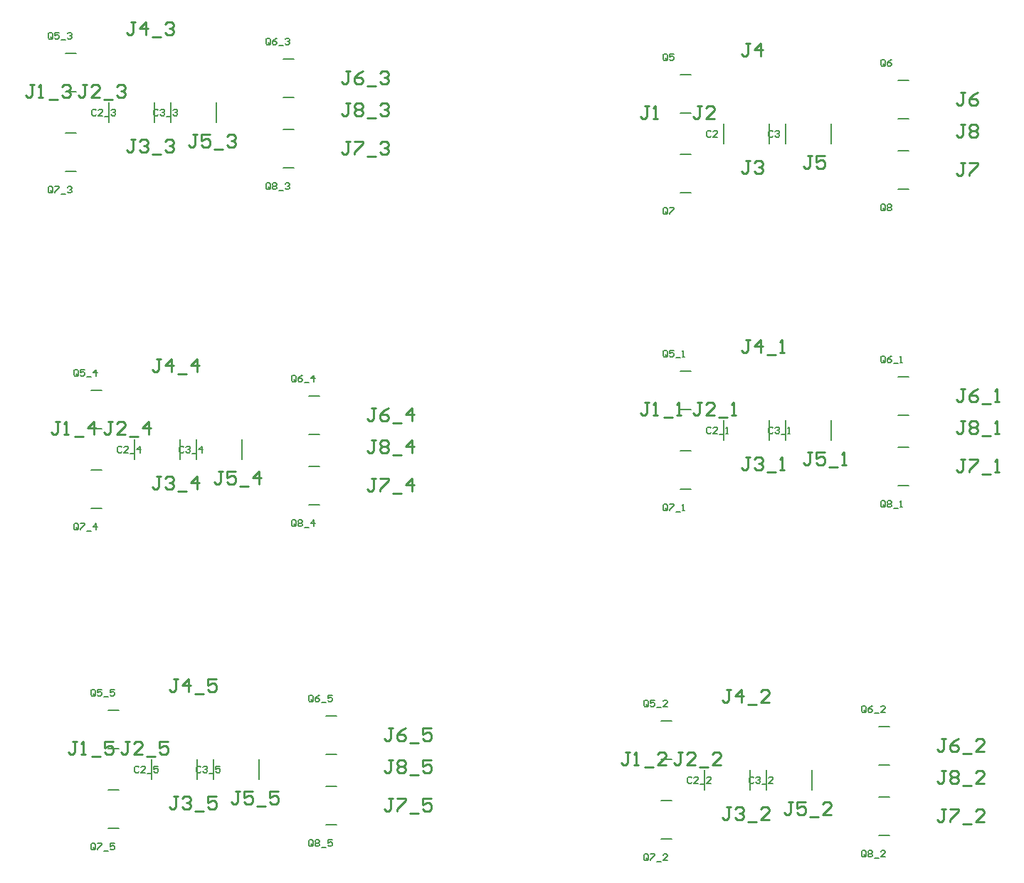
<source format=gto>
G04 Layer_Color=65535*
%FSLAX25Y25*%
%MOIN*%
G70*
G01*
G75*
%ADD16C,0.00787*%
%ADD17C,0.00800*%
%ADD18C,0.00600*%
%ADD19C,0.01000*%
D16*
X-170364Y433483D02*
Y442783D01*
X-191636Y433483D02*
Y442783D01*
X-141364Y433483D02*
Y442783D01*
X-162636Y433483D02*
Y442783D01*
X-141364Y294483D02*
Y303783D01*
X-162636Y294483D02*
Y303783D01*
X-170364Y294483D02*
Y303783D01*
X-191636Y294483D02*
Y303783D01*
X-150364Y130483D02*
Y139783D01*
X-171636Y130483D02*
Y139783D01*
X-179364Y130483D02*
Y139783D01*
X-200636Y130483D02*
Y139783D01*
X-429364Y443483D02*
Y452783D01*
X-450636Y443483D02*
Y452783D01*
X-458364Y443483D02*
Y452783D01*
X-479636Y443483D02*
Y452783D01*
X-417364Y285483D02*
Y294783D01*
X-438636Y285483D02*
Y294783D01*
X-446364Y285483D02*
Y294783D01*
X-467636Y285483D02*
Y294783D01*
X-409364Y135483D02*
Y144783D01*
X-430636Y135483D02*
Y144783D01*
X-438364Y135483D02*
Y144783D01*
X-459636Y135483D02*
Y144783D01*
D17*
X-110100Y463000D02*
X-105000D01*
X-110200Y445000D02*
X-105100D01*
X-212100Y465705D02*
X-207000D01*
X-212200Y447705D02*
X-207100D01*
X-212100Y428461D02*
X-207000D01*
X-212200Y410461D02*
X-207100D01*
X-110100Y430000D02*
X-105000D01*
X-110200Y412000D02*
X-105100D01*
X-110100Y291000D02*
X-105000D01*
X-110200Y273000D02*
X-105100D01*
X-212100Y289461D02*
X-207000D01*
X-212200Y271461D02*
X-207100D01*
X-110100Y324000D02*
X-105000D01*
X-110200Y306000D02*
X-105100D01*
X-212100Y326705D02*
X-207000D01*
X-212200Y308705D02*
X-207100D01*
X-119100Y127000D02*
X-114000D01*
X-119200Y109000D02*
X-114100D01*
X-221100Y125461D02*
X-216000D01*
X-221200Y107461D02*
X-216100D01*
X-119100Y160000D02*
X-114000D01*
X-119200Y142000D02*
X-114100D01*
X-221100Y162705D02*
X-216000D01*
X-221200Y144705D02*
X-216100D01*
X-398100Y440000D02*
X-393000D01*
X-398200Y422000D02*
X-393100D01*
X-500100Y438461D02*
X-495000D01*
X-500200Y420461D02*
X-495100D01*
X-398100Y473000D02*
X-393000D01*
X-398200Y455000D02*
X-393100D01*
X-500100Y475705D02*
X-495000D01*
X-500200Y457705D02*
X-495100D01*
X-386100Y282000D02*
X-381000D01*
X-386200Y264000D02*
X-381100D01*
X-488100Y280461D02*
X-483000D01*
X-488200Y262461D02*
X-483100D01*
X-386100Y315000D02*
X-381000D01*
X-386200Y297000D02*
X-381100D01*
X-488100Y317705D02*
X-483000D01*
X-488200Y299705D02*
X-483100D01*
X-378100Y132000D02*
X-373000D01*
X-378200Y114000D02*
X-373100D01*
X-480100Y130461D02*
X-475000D01*
X-480200Y112461D02*
X-475100D01*
X-378100Y165000D02*
X-373000D01*
X-378200Y147000D02*
X-373100D01*
X-480100Y167705D02*
X-475000D01*
X-480200Y149705D02*
X-475100D01*
D18*
X-197674Y439082D02*
X-198174Y439582D01*
X-199173D01*
X-199673Y439082D01*
Y437082D01*
X-199173Y436583D01*
X-198174D01*
X-197674Y437082D01*
X-194675Y436583D02*
X-196674D01*
X-194675Y438582D01*
Y439082D01*
X-195175Y439582D01*
X-196175D01*
X-196674Y439082D01*
X-168674Y439050D02*
X-169174Y439550D01*
X-170174D01*
X-170673Y439050D01*
Y437051D01*
X-170174Y436551D01*
X-169174D01*
X-168674Y437051D01*
X-167674Y439050D02*
X-167174Y439550D01*
X-166175D01*
X-165675Y439050D01*
Y438551D01*
X-166175Y438051D01*
X-166675D01*
X-166175D01*
X-165675Y437551D01*
Y437051D01*
X-166175Y436551D01*
X-167174D01*
X-167674Y437051D01*
X-218274Y473004D02*
Y475004D01*
X-218774Y475504D01*
X-219774D01*
X-220273Y475004D01*
Y473004D01*
X-219774Y472505D01*
X-218774D01*
X-219274Y473504D02*
X-218274Y472505D01*
X-218774D02*
X-218274Y473004D01*
X-215275Y475504D02*
X-217274D01*
Y474004D01*
X-216275Y474504D01*
X-215775D01*
X-215275Y474004D01*
Y473004D01*
X-215775Y472505D01*
X-216775D01*
X-217274Y473004D01*
X-116250Y470300D02*
Y472299D01*
X-116750Y472799D01*
X-117750D01*
X-118250Y472299D01*
Y470300D01*
X-117750Y469800D01*
X-116750D01*
X-117250Y470800D02*
X-116250Y469800D01*
X-116750D02*
X-116250Y470300D01*
X-113251Y472799D02*
X-114251Y472299D01*
X-115251Y471299D01*
Y470300D01*
X-114751Y469800D01*
X-113751D01*
X-113251Y470300D01*
Y470800D01*
X-113751Y471299D01*
X-115251D01*
X-218274Y400960D02*
Y402960D01*
X-218774Y403460D01*
X-219774D01*
X-220273Y402960D01*
Y400960D01*
X-219774Y400461D01*
X-218774D01*
X-219274Y401460D02*
X-218274Y400461D01*
X-218774D02*
X-218274Y400960D01*
X-217274Y403460D02*
X-215275D01*
Y402960D01*
X-217274Y400960D01*
Y400461D01*
X-116274Y402500D02*
Y404499D01*
X-116774Y404999D01*
X-117773D01*
X-118273Y404499D01*
Y402500D01*
X-117773Y402000D01*
X-116774D01*
X-117274Y403000D02*
X-116274Y402000D01*
X-116774D02*
X-116274Y402500D01*
X-115274Y404499D02*
X-114775Y404999D01*
X-113775D01*
X-113275Y404499D01*
Y403999D01*
X-113775Y403499D01*
X-113275Y403000D01*
Y402500D01*
X-113775Y402000D01*
X-114775D01*
X-115274Y402500D01*
Y403000D01*
X-114775Y403499D01*
X-115274Y403999D01*
Y404499D01*
X-114775Y403499D02*
X-113775D01*
X-116274Y263500D02*
Y265499D01*
X-116774Y265999D01*
X-117773D01*
X-118273Y265499D01*
Y263500D01*
X-117773Y263000D01*
X-116774D01*
X-117274Y264000D02*
X-116274Y263000D01*
X-116774D02*
X-116274Y263500D01*
X-115274Y265499D02*
X-114775Y265999D01*
X-113775D01*
X-113275Y265499D01*
Y264999D01*
X-113775Y264499D01*
X-113275Y264000D01*
Y263500D01*
X-113775Y263000D01*
X-114775D01*
X-115274Y263500D01*
Y264000D01*
X-114775Y264499D01*
X-115274Y264999D01*
Y265499D01*
X-114775Y264499D02*
X-113775D01*
X-112275Y262500D02*
X-110276D01*
X-109276Y263000D02*
X-108277D01*
X-108776D01*
Y265999D01*
X-109276Y265499D01*
X-218274Y261960D02*
Y263960D01*
X-218774Y264460D01*
X-219774D01*
X-220273Y263960D01*
Y261960D01*
X-219774Y261461D01*
X-218774D01*
X-219274Y262460D02*
X-218274Y261461D01*
X-218774D02*
X-218274Y261960D01*
X-217274Y264460D02*
X-215275D01*
Y263960D01*
X-217274Y261960D01*
Y261461D01*
X-214275Y260961D02*
X-212276D01*
X-211276Y261461D02*
X-210277D01*
X-210776D01*
Y264460D01*
X-211276Y263960D01*
X-116250Y331300D02*
Y333299D01*
X-116750Y333799D01*
X-117750D01*
X-118250Y333299D01*
Y331300D01*
X-117750Y330800D01*
X-116750D01*
X-117250Y331800D02*
X-116250Y330800D01*
X-116750D02*
X-116250Y331300D01*
X-113251Y333799D02*
X-114251Y333299D01*
X-115251Y332299D01*
Y331300D01*
X-114751Y330800D01*
X-113751D01*
X-113251Y331300D01*
Y331800D01*
X-113751Y332299D01*
X-115251D01*
X-112252Y330300D02*
X-110252D01*
X-109253Y330800D02*
X-108253D01*
X-108753D01*
Y333799D01*
X-109253Y333299D01*
X-218274Y334004D02*
Y336004D01*
X-218774Y336504D01*
X-219774D01*
X-220273Y336004D01*
Y334004D01*
X-219774Y333505D01*
X-218774D01*
X-219274Y334504D02*
X-218274Y333505D01*
X-218774D02*
X-218274Y334004D01*
X-215275Y336504D02*
X-217274D01*
Y335004D01*
X-216275Y335504D01*
X-215775D01*
X-215275Y335004D01*
Y334004D01*
X-215775Y333505D01*
X-216775D01*
X-217274Y334004D01*
X-214275Y333005D02*
X-212276D01*
X-211276Y333505D02*
X-210277D01*
X-210776D01*
Y336504D01*
X-211276Y336004D01*
X-168674Y300050D02*
X-169174Y300550D01*
X-170174D01*
X-170673Y300050D01*
Y298051D01*
X-170174Y297551D01*
X-169174D01*
X-168674Y298051D01*
X-167674Y300050D02*
X-167174Y300550D01*
X-166175D01*
X-165675Y300050D01*
Y299551D01*
X-166175Y299051D01*
X-166675D01*
X-166175D01*
X-165675Y298551D01*
Y298051D01*
X-166175Y297551D01*
X-167174D01*
X-167674Y298051D01*
X-164675Y297051D02*
X-162676D01*
X-161676Y297551D02*
X-160677D01*
X-161176D01*
Y300550D01*
X-161676Y300050D01*
X-197674Y300082D02*
X-198174Y300582D01*
X-199173D01*
X-199673Y300082D01*
Y298082D01*
X-199173Y297583D01*
X-198174D01*
X-197674Y298082D01*
X-194675Y297583D02*
X-196674D01*
X-194675Y299582D01*
Y300082D01*
X-195175Y300582D01*
X-196175D01*
X-196674Y300082D01*
X-193675Y297083D02*
X-191676D01*
X-190676Y297583D02*
X-189677D01*
X-190176D01*
Y300582D01*
X-190676Y300082D01*
X-125274Y99500D02*
Y101499D01*
X-125774Y101999D01*
X-126774D01*
X-127273Y101499D01*
Y99500D01*
X-126774Y99000D01*
X-125774D01*
X-126274Y100000D02*
X-125274Y99000D01*
X-125774D02*
X-125274Y99500D01*
X-124274Y101499D02*
X-123775Y101999D01*
X-122775D01*
X-122275Y101499D01*
Y100999D01*
X-122775Y100499D01*
X-122275Y100000D01*
Y99500D01*
X-122775Y99000D01*
X-123775D01*
X-124274Y99500D01*
Y100000D01*
X-123775Y100499D01*
X-124274Y100999D01*
Y101499D01*
X-123775Y100499D02*
X-122775D01*
X-121275Y98500D02*
X-119276D01*
X-116277Y99000D02*
X-118276D01*
X-116277Y100999D01*
Y101499D01*
X-116777Y101999D01*
X-117776D01*
X-118276Y101499D01*
X-227274Y97960D02*
Y99960D01*
X-227774Y100460D01*
X-228773D01*
X-229273Y99960D01*
Y97960D01*
X-228773Y97461D01*
X-227774D01*
X-228274Y98460D02*
X-227274Y97461D01*
X-227774D02*
X-227274Y97960D01*
X-226274Y100460D02*
X-224275D01*
Y99960D01*
X-226274Y97960D01*
Y97461D01*
X-223275Y96961D02*
X-221276D01*
X-218277Y97461D02*
X-220276D01*
X-218277Y99460D01*
Y99960D01*
X-218777Y100460D01*
X-219776D01*
X-220276Y99960D01*
X-125250Y167300D02*
Y169299D01*
X-125750Y169799D01*
X-126750D01*
X-127250Y169299D01*
Y167300D01*
X-126750Y166800D01*
X-125750D01*
X-126250Y167800D02*
X-125250Y166800D01*
X-125750D02*
X-125250Y167300D01*
X-122251Y169799D02*
X-123251Y169299D01*
X-124251Y168299D01*
Y167300D01*
X-123751Y166800D01*
X-122751D01*
X-122251Y167300D01*
Y167800D01*
X-122751Y168299D01*
X-124251D01*
X-121252Y166300D02*
X-119252D01*
X-116253Y166800D02*
X-118253D01*
X-116253Y168799D01*
Y169299D01*
X-116753Y169799D01*
X-117753D01*
X-118253Y169299D01*
X-227274Y170004D02*
Y172004D01*
X-227774Y172504D01*
X-228773D01*
X-229273Y172004D01*
Y170004D01*
X-228773Y169505D01*
X-227774D01*
X-228274Y170504D02*
X-227274Y169505D01*
X-227774D02*
X-227274Y170004D01*
X-224275Y172504D02*
X-226274D01*
Y171004D01*
X-225275Y171504D01*
X-224775D01*
X-224275Y171004D01*
Y170004D01*
X-224775Y169505D01*
X-225775D01*
X-226274Y170004D01*
X-223275Y169005D02*
X-221276D01*
X-218277Y169505D02*
X-220276D01*
X-218277Y171504D01*
Y172004D01*
X-218777Y172504D01*
X-219776D01*
X-220276Y172004D01*
X-177674Y136050D02*
X-178174Y136550D01*
X-179174D01*
X-179673Y136050D01*
Y134051D01*
X-179174Y133551D01*
X-178174D01*
X-177674Y134051D01*
X-176674Y136050D02*
X-176174Y136550D01*
X-175175D01*
X-174675Y136050D01*
Y135550D01*
X-175175Y135051D01*
X-175675D01*
X-175175D01*
X-174675Y134551D01*
Y134051D01*
X-175175Y133551D01*
X-176174D01*
X-176674Y134051D01*
X-173675Y133051D02*
X-171676D01*
X-168677Y133551D02*
X-170676D01*
X-168677Y135550D01*
Y136050D01*
X-169177Y136550D01*
X-170176D01*
X-170676Y136050D01*
X-206674Y136082D02*
X-207174Y136582D01*
X-208173D01*
X-208673Y136082D01*
Y134082D01*
X-208173Y133583D01*
X-207174D01*
X-206674Y134082D01*
X-203675Y133583D02*
X-205674D01*
X-203675Y135582D01*
Y136082D01*
X-204175Y136582D01*
X-205174D01*
X-205674Y136082D01*
X-202675Y133083D02*
X-200676D01*
X-197677Y133583D02*
X-199676D01*
X-197677Y135582D01*
Y136082D01*
X-198177Y136582D01*
X-199176D01*
X-199676Y136082D01*
X-404274Y412500D02*
Y414499D01*
X-404774Y414999D01*
X-405773D01*
X-406273Y414499D01*
Y412500D01*
X-405773Y412000D01*
X-404774D01*
X-405274Y413000D02*
X-404274Y412000D01*
X-404774D02*
X-404274Y412500D01*
X-403274Y414499D02*
X-402774Y414999D01*
X-401775D01*
X-401275Y414499D01*
Y413999D01*
X-401775Y413499D01*
X-401275Y413000D01*
Y412500D01*
X-401775Y412000D01*
X-402774D01*
X-403274Y412500D01*
Y413000D01*
X-402774Y413499D01*
X-403274Y413999D01*
Y414499D01*
X-402774Y413499D02*
X-401775D01*
X-400275Y411500D02*
X-398276D01*
X-397276Y414499D02*
X-396776Y414999D01*
X-395777D01*
X-395277Y414499D01*
Y413999D01*
X-395777Y413499D01*
X-396277D01*
X-395777D01*
X-395277Y413000D01*
Y412500D01*
X-395777Y412000D01*
X-396776D01*
X-397276Y412500D01*
X-506274Y410960D02*
Y412960D01*
X-506774Y413460D01*
X-507773D01*
X-508273Y412960D01*
Y410960D01*
X-507773Y410461D01*
X-506774D01*
X-507274Y411460D02*
X-506274Y410461D01*
X-506774D02*
X-506274Y410960D01*
X-505274Y413460D02*
X-503275D01*
Y412960D01*
X-505274Y410960D01*
Y410461D01*
X-502275Y409961D02*
X-500276D01*
X-499276Y412960D02*
X-498776Y413460D01*
X-497777D01*
X-497277Y412960D01*
Y412460D01*
X-497777Y411960D01*
X-498277D01*
X-497777D01*
X-497277Y411460D01*
Y410960D01*
X-497777Y410461D01*
X-498776D01*
X-499276Y410960D01*
X-404250Y480300D02*
Y482299D01*
X-404750Y482799D01*
X-405750D01*
X-406250Y482299D01*
Y480300D01*
X-405750Y479800D01*
X-404750D01*
X-405250Y480800D02*
X-404250Y479800D01*
X-404750D02*
X-404250Y480300D01*
X-401251Y482799D02*
X-402251Y482299D01*
X-403251Y481299D01*
Y480300D01*
X-402751Y479800D01*
X-401751D01*
X-401251Y480300D01*
Y480800D01*
X-401751Y481299D01*
X-403251D01*
X-400252Y479300D02*
X-398252D01*
X-397253Y482299D02*
X-396753Y482799D01*
X-395753D01*
X-395253Y482299D01*
Y481799D01*
X-395753Y481299D01*
X-396253D01*
X-395753D01*
X-395253Y480800D01*
Y480300D01*
X-395753Y479800D01*
X-396753D01*
X-397253Y480300D01*
X-506274Y483005D02*
Y485004D01*
X-506774Y485504D01*
X-507773D01*
X-508273Y485004D01*
Y483005D01*
X-507773Y482505D01*
X-506774D01*
X-507274Y483504D02*
X-506274Y482505D01*
X-506774D02*
X-506274Y483005D01*
X-503275Y485504D02*
X-505274D01*
Y484004D01*
X-504275Y484504D01*
X-503775D01*
X-503275Y484004D01*
Y483005D01*
X-503775Y482505D01*
X-504775D01*
X-505274Y483005D01*
X-502275Y482005D02*
X-500276D01*
X-499276Y485004D02*
X-498776Y485504D01*
X-497777D01*
X-497277Y485004D01*
Y484504D01*
X-497777Y484004D01*
X-498277D01*
X-497777D01*
X-497277Y483504D01*
Y483005D01*
X-497777Y482505D01*
X-498776D01*
X-499276Y483005D01*
X-456674Y449050D02*
X-457174Y449550D01*
X-458174D01*
X-458673Y449050D01*
Y447051D01*
X-458174Y446551D01*
X-457174D01*
X-456674Y447051D01*
X-455674Y449050D02*
X-455174Y449550D01*
X-454175D01*
X-453675Y449050D01*
Y448551D01*
X-454175Y448051D01*
X-454675D01*
X-454175D01*
X-453675Y447551D01*
Y447051D01*
X-454175Y446551D01*
X-455174D01*
X-455674Y447051D01*
X-452675Y446051D02*
X-450676D01*
X-449676Y449050D02*
X-449176Y449550D01*
X-448177D01*
X-447677Y449050D01*
Y448551D01*
X-448177Y448051D01*
X-448677D01*
X-448177D01*
X-447677Y447551D01*
Y447051D01*
X-448177Y446551D01*
X-449176D01*
X-449676Y447051D01*
X-485674Y449082D02*
X-486174Y449582D01*
X-487174D01*
X-487673Y449082D01*
Y447082D01*
X-487174Y446583D01*
X-486174D01*
X-485674Y447082D01*
X-482675Y446583D02*
X-484674D01*
X-482675Y448582D01*
Y449082D01*
X-483175Y449582D01*
X-484174D01*
X-484674Y449082D01*
X-481675Y446083D02*
X-479676D01*
X-478676Y449082D02*
X-478176Y449582D01*
X-477177D01*
X-476677Y449082D01*
Y448582D01*
X-477177Y448082D01*
X-477677D01*
X-477177D01*
X-476677Y447582D01*
Y447082D01*
X-477177Y446583D01*
X-478176D01*
X-478676Y447082D01*
X-392274Y254500D02*
Y256499D01*
X-392774Y256999D01*
X-393774D01*
X-394273Y256499D01*
Y254500D01*
X-393774Y254000D01*
X-392774D01*
X-393274Y255000D02*
X-392274Y254000D01*
X-392774D02*
X-392274Y254500D01*
X-391274Y256499D02*
X-390774Y256999D01*
X-389775D01*
X-389275Y256499D01*
Y255999D01*
X-389775Y255499D01*
X-389275Y255000D01*
Y254500D01*
X-389775Y254000D01*
X-390774D01*
X-391274Y254500D01*
Y255000D01*
X-390774Y255499D01*
X-391274Y255999D01*
Y256499D01*
X-390774Y255499D02*
X-389775D01*
X-388275Y253500D02*
X-386276D01*
X-383777Y254000D02*
Y256999D01*
X-385276Y255499D01*
X-383277D01*
X-494274Y252960D02*
Y254960D01*
X-494774Y255460D01*
X-495774D01*
X-496273Y254960D01*
Y252960D01*
X-495774Y252461D01*
X-494774D01*
X-495274Y253460D02*
X-494274Y252461D01*
X-494774D02*
X-494274Y252960D01*
X-493274Y255460D02*
X-491275D01*
Y254960D01*
X-493274Y252960D01*
Y252461D01*
X-490275Y251961D02*
X-488276D01*
X-485777Y252461D02*
Y255460D01*
X-487276Y253960D01*
X-485277D01*
X-392250Y322300D02*
Y324299D01*
X-392750Y324799D01*
X-393750D01*
X-394250Y324299D01*
Y322300D01*
X-393750Y321800D01*
X-392750D01*
X-393250Y322800D02*
X-392250Y321800D01*
X-392750D02*
X-392250Y322300D01*
X-389251Y324799D02*
X-390251Y324299D01*
X-391251Y323299D01*
Y322300D01*
X-390751Y321800D01*
X-389751D01*
X-389251Y322300D01*
Y322800D01*
X-389751Y323299D01*
X-391251D01*
X-388252Y321300D02*
X-386252D01*
X-383753Y321800D02*
Y324799D01*
X-385253Y323299D01*
X-383253D01*
X-494274Y325005D02*
Y327004D01*
X-494774Y327504D01*
X-495774D01*
X-496273Y327004D01*
Y325005D01*
X-495774Y324505D01*
X-494774D01*
X-495274Y325504D02*
X-494274Y324505D01*
X-494774D02*
X-494274Y325005D01*
X-491275Y327504D02*
X-493274D01*
Y326004D01*
X-492275Y326504D01*
X-491775D01*
X-491275Y326004D01*
Y325005D01*
X-491775Y324505D01*
X-492774D01*
X-493274Y325005D01*
X-490275Y324005D02*
X-488276D01*
X-485777Y324505D02*
Y327504D01*
X-487276Y326004D01*
X-485277D01*
X-444674Y291050D02*
X-445174Y291550D01*
X-446173D01*
X-446673Y291050D01*
Y289051D01*
X-446173Y288551D01*
X-445174D01*
X-444674Y289051D01*
X-443674Y291050D02*
X-443175Y291550D01*
X-442175D01*
X-441675Y291050D01*
Y290550D01*
X-442175Y290051D01*
X-442675D01*
X-442175D01*
X-441675Y289551D01*
Y289051D01*
X-442175Y288551D01*
X-443175D01*
X-443674Y289051D01*
X-440675Y288051D02*
X-438676D01*
X-436177Y288551D02*
Y291550D01*
X-437676Y290051D01*
X-435677D01*
X-473674Y291082D02*
X-474174Y291582D01*
X-475174D01*
X-475673Y291082D01*
Y289083D01*
X-475174Y288583D01*
X-474174D01*
X-473674Y289083D01*
X-470675Y288583D02*
X-472674D01*
X-470675Y290582D01*
Y291082D01*
X-471175Y291582D01*
X-472175D01*
X-472674Y291082D01*
X-469675Y288083D02*
X-467676D01*
X-465177Y288583D02*
Y291582D01*
X-466676Y290082D01*
X-464677D01*
X-384274Y104500D02*
Y106499D01*
X-384774Y106999D01*
X-385773D01*
X-386273Y106499D01*
Y104500D01*
X-385773Y104000D01*
X-384774D01*
X-385274Y105000D02*
X-384274Y104000D01*
X-384774D02*
X-384274Y104500D01*
X-383274Y106499D02*
X-382774Y106999D01*
X-381775D01*
X-381275Y106499D01*
Y105999D01*
X-381775Y105499D01*
X-381275Y105000D01*
Y104500D01*
X-381775Y104000D01*
X-382774D01*
X-383274Y104500D01*
Y105000D01*
X-382774Y105499D01*
X-383274Y105999D01*
Y106499D01*
X-382774Y105499D02*
X-381775D01*
X-380275Y103500D02*
X-378276D01*
X-375277Y106999D02*
X-377276D01*
Y105499D01*
X-376277Y105999D01*
X-375777D01*
X-375277Y105499D01*
Y104500D01*
X-375777Y104000D01*
X-376776D01*
X-377276Y104500D01*
X-486274Y102960D02*
Y104960D01*
X-486774Y105460D01*
X-487774D01*
X-488273Y104960D01*
Y102960D01*
X-487774Y102461D01*
X-486774D01*
X-487274Y103460D02*
X-486274Y102461D01*
X-486774D02*
X-486274Y102960D01*
X-485274Y105460D02*
X-483275D01*
Y104960D01*
X-485274Y102960D01*
Y102461D01*
X-482275Y101961D02*
X-480276D01*
X-477277Y105460D02*
X-479276D01*
Y103960D01*
X-478277Y104460D01*
X-477777D01*
X-477277Y103960D01*
Y102960D01*
X-477777Y102461D01*
X-478776D01*
X-479276Y102960D01*
X-384250Y172300D02*
Y174299D01*
X-384750Y174799D01*
X-385750D01*
X-386250Y174299D01*
Y172300D01*
X-385750Y171800D01*
X-384750D01*
X-385250Y172800D02*
X-384250Y171800D01*
X-384750D02*
X-384250Y172300D01*
X-381251Y174799D02*
X-382251Y174299D01*
X-383251Y173300D01*
Y172300D01*
X-382751Y171800D01*
X-381751D01*
X-381251Y172300D01*
Y172800D01*
X-381751Y173300D01*
X-383251D01*
X-380252Y171300D02*
X-378252D01*
X-375253Y174799D02*
X-377253D01*
Y173300D01*
X-376253Y173799D01*
X-375753D01*
X-375253Y173300D01*
Y172300D01*
X-375753Y171800D01*
X-376753D01*
X-377253Y172300D01*
X-486274Y175004D02*
Y177004D01*
X-486774Y177504D01*
X-487774D01*
X-488273Y177004D01*
Y175004D01*
X-487774Y174505D01*
X-486774D01*
X-487274Y175504D02*
X-486274Y174505D01*
X-486774D02*
X-486274Y175004D01*
X-483275Y177504D02*
X-485274D01*
Y176004D01*
X-484275Y176504D01*
X-483775D01*
X-483275Y176004D01*
Y175004D01*
X-483775Y174505D01*
X-484774D01*
X-485274Y175004D01*
X-482275Y174005D02*
X-480276D01*
X-477277Y177504D02*
X-479276D01*
Y176004D01*
X-478277Y176504D01*
X-477777D01*
X-477277Y176004D01*
Y175004D01*
X-477777Y174505D01*
X-478776D01*
X-479276Y175004D01*
X-436674Y141050D02*
X-437174Y141550D01*
X-438173D01*
X-438673Y141050D01*
Y139051D01*
X-438173Y138551D01*
X-437174D01*
X-436674Y139051D01*
X-435674Y141050D02*
X-435175Y141550D01*
X-434175D01*
X-433675Y141050D01*
Y140550D01*
X-434175Y140051D01*
X-434675D01*
X-434175D01*
X-433675Y139551D01*
Y139051D01*
X-434175Y138551D01*
X-435175D01*
X-435674Y139051D01*
X-432675Y138051D02*
X-430676D01*
X-427677Y141550D02*
X-429676D01*
Y140051D01*
X-428677Y140550D01*
X-428177D01*
X-427677Y140051D01*
Y139051D01*
X-428177Y138551D01*
X-429176D01*
X-429676Y139051D01*
X-465674Y141082D02*
X-466174Y141582D01*
X-467173D01*
X-467673Y141082D01*
Y139082D01*
X-467173Y138583D01*
X-466174D01*
X-465674Y139082D01*
X-462675Y138583D02*
X-464674D01*
X-462675Y140582D01*
Y141082D01*
X-463175Y141582D01*
X-464175D01*
X-464674Y141082D01*
X-461675Y138083D02*
X-459676D01*
X-456677Y141582D02*
X-458676D01*
Y140082D01*
X-457677Y140582D01*
X-457177D01*
X-456677Y140082D01*
Y139082D01*
X-457177Y138583D01*
X-458176D01*
X-458676Y139082D01*
D19*
X-226875Y451130D02*
X-228874D01*
X-227874D01*
Y446132D01*
X-228874Y445132D01*
X-229874D01*
X-230873Y446132D01*
X-224875Y445132D02*
X-222876D01*
X-223876D01*
Y451130D01*
X-224875Y450131D01*
X-179375Y425382D02*
X-181374D01*
X-180374D01*
Y420384D01*
X-181374Y419384D01*
X-182374D01*
X-183373Y420384D01*
X-177375Y424383D02*
X-176376Y425382D01*
X-174376D01*
X-173377Y424383D01*
Y423383D01*
X-174376Y422383D01*
X-175376D01*
X-174376D01*
X-173377Y421383D01*
Y420384D01*
X-174376Y419384D01*
X-176376D01*
X-177375Y420384D01*
X-150375Y427922D02*
X-152374D01*
X-151374D01*
Y422923D01*
X-152374Y421923D01*
X-153374D01*
X-154373Y422923D01*
X-144377Y427922D02*
X-148375D01*
Y424923D01*
X-146376Y425922D01*
X-145376D01*
X-144377Y424923D01*
Y422923D01*
X-145376Y421923D01*
X-147376D01*
X-148375Y422923D01*
X-78875Y424422D02*
X-80874D01*
X-79874D01*
Y419423D01*
X-80874Y418424D01*
X-81874D01*
X-82873Y419423D01*
X-76875Y424422D02*
X-72877D01*
Y423422D01*
X-76875Y419423D01*
Y418424D01*
X-78875Y442374D02*
X-80874D01*
X-79874D01*
Y437376D01*
X-80874Y436376D01*
X-81874D01*
X-82873Y437376D01*
X-76875Y441375D02*
X-75876Y442374D01*
X-73876D01*
X-72877Y441375D01*
Y440375D01*
X-73876Y439375D01*
X-72877Y438376D01*
Y437376D01*
X-73876Y436376D01*
X-75876D01*
X-76875Y437376D01*
Y438376D01*
X-75876Y439375D01*
X-76875Y440375D01*
Y441375D01*
X-75876Y439375D02*
X-73876D01*
X-78875Y457422D02*
X-80874D01*
X-79874D01*
Y452423D01*
X-80874Y451424D01*
X-81874D01*
X-82873Y452423D01*
X-72877Y457422D02*
X-74876Y456422D01*
X-76875Y454423D01*
Y452423D01*
X-75876Y451424D01*
X-73876D01*
X-72877Y452423D01*
Y453423D01*
X-73876Y454423D01*
X-76875D01*
X-179375Y480579D02*
X-181374D01*
X-180374D01*
Y475581D01*
X-181374Y474581D01*
X-182374D01*
X-183373Y475581D01*
X-174376Y474581D02*
Y480579D01*
X-177375Y477580D01*
X-173377D01*
X-202071Y451130D02*
X-204071D01*
X-203071D01*
Y446132D01*
X-204071Y445132D01*
X-205070D01*
X-206070Y446132D01*
X-196073Y445132D02*
X-200072D01*
X-196073Y449131D01*
Y450131D01*
X-197073Y451130D01*
X-199072D01*
X-200072Y450131D01*
X-202071Y312130D02*
X-204071D01*
X-203071D01*
Y307132D01*
X-204071Y306132D01*
X-205070D01*
X-206070Y307132D01*
X-196073Y306132D02*
X-200072D01*
X-196073Y310131D01*
Y311131D01*
X-197073Y312130D01*
X-199072D01*
X-200072Y311131D01*
X-194074Y305133D02*
X-190075D01*
X-188076Y306132D02*
X-186077D01*
X-187076D01*
Y312130D01*
X-188076Y311131D01*
X-179375Y341579D02*
X-181374D01*
X-180374D01*
Y336581D01*
X-181374Y335581D01*
X-182374D01*
X-183373Y336581D01*
X-174376Y335581D02*
Y341579D01*
X-177375Y338580D01*
X-173377D01*
X-171377Y334581D02*
X-167378D01*
X-165379Y335581D02*
X-163380D01*
X-164380D01*
Y341579D01*
X-165379Y340579D01*
X-78875Y318422D02*
X-80874D01*
X-79874D01*
Y313423D01*
X-80874Y312423D01*
X-81874D01*
X-82873Y313423D01*
X-72877Y318422D02*
X-74876Y317422D01*
X-76875Y315423D01*
Y313423D01*
X-75876Y312423D01*
X-73876D01*
X-72877Y313423D01*
Y314423D01*
X-73876Y315423D01*
X-76875D01*
X-70877Y311424D02*
X-66878D01*
X-64879Y312423D02*
X-62880D01*
X-63880D01*
Y318422D01*
X-64879Y317422D01*
X-78875Y303374D02*
X-80874D01*
X-79874D01*
Y298376D01*
X-80874Y297376D01*
X-81874D01*
X-82873Y298376D01*
X-76875Y302375D02*
X-75876Y303374D01*
X-73876D01*
X-72877Y302375D01*
Y301375D01*
X-73876Y300375D01*
X-72877Y299376D01*
Y298376D01*
X-73876Y297376D01*
X-75876D01*
X-76875Y298376D01*
Y299376D01*
X-75876Y300375D01*
X-76875Y301375D01*
Y302375D01*
X-75876Y300375D02*
X-73876D01*
X-70877Y296377D02*
X-66878D01*
X-64879Y297376D02*
X-62880D01*
X-63880D01*
Y303374D01*
X-64879Y302375D01*
X-78875Y285422D02*
X-80874D01*
X-79874D01*
Y280423D01*
X-80874Y279423D01*
X-81874D01*
X-82873Y280423D01*
X-76875Y285422D02*
X-72877D01*
Y284422D01*
X-76875Y280423D01*
Y279423D01*
X-70877Y278424D02*
X-66878D01*
X-64879Y279423D02*
X-62880D01*
X-63880D01*
Y285422D01*
X-64879Y284422D01*
X-150375Y288922D02*
X-152374D01*
X-151374D01*
Y283923D01*
X-152374Y282924D01*
X-153374D01*
X-154373Y283923D01*
X-144377Y288922D02*
X-148375D01*
Y285923D01*
X-146376Y286922D01*
X-145376D01*
X-144377Y285923D01*
Y283923D01*
X-145376Y282924D01*
X-147376D01*
X-148375Y283923D01*
X-142377Y281924D02*
X-138379D01*
X-136379Y282924D02*
X-134380D01*
X-135380D01*
Y288922D01*
X-136379Y287922D01*
X-179375Y286382D02*
X-181374D01*
X-180374D01*
Y281384D01*
X-181374Y280384D01*
X-182374D01*
X-183373Y281384D01*
X-177375Y285383D02*
X-176376Y286382D01*
X-174376D01*
X-173377Y285383D01*
Y284383D01*
X-174376Y283383D01*
X-175376D01*
X-174376D01*
X-173377Y282383D01*
Y281384D01*
X-174376Y280384D01*
X-176376D01*
X-177375Y281384D01*
X-171377Y279384D02*
X-167378D01*
X-165379Y280384D02*
X-163380D01*
X-164380D01*
Y286382D01*
X-165379Y285383D01*
X-226875Y312130D02*
X-228874D01*
X-227874D01*
Y307132D01*
X-228874Y306132D01*
X-229874D01*
X-230873Y307132D01*
X-224875Y306132D02*
X-222876D01*
X-223876D01*
Y312130D01*
X-224875Y311131D01*
X-219877Y305133D02*
X-215878D01*
X-213879Y306132D02*
X-211879D01*
X-212879D01*
Y312130D01*
X-213879Y311131D01*
X-211071Y148130D02*
X-213071D01*
X-212071D01*
Y143132D01*
X-213071Y142132D01*
X-214071D01*
X-215070Y143132D01*
X-205073Y142132D02*
X-209072D01*
X-205073Y146131D01*
Y147131D01*
X-206073Y148130D01*
X-208072D01*
X-209072Y147131D01*
X-203074Y141132D02*
X-199075D01*
X-193077Y142132D02*
X-197076D01*
X-193077Y146131D01*
Y147131D01*
X-194077Y148130D01*
X-196076D01*
X-197076Y147131D01*
X-188375Y177579D02*
X-190374D01*
X-189374D01*
Y172581D01*
X-190374Y171581D01*
X-191374D01*
X-192373Y172581D01*
X-183376Y171581D02*
Y177579D01*
X-186375Y174580D01*
X-182377D01*
X-180377Y170581D02*
X-176379D01*
X-170380Y171581D02*
X-174379D01*
X-170380Y175580D01*
Y176579D01*
X-171380Y177579D01*
X-173380D01*
X-174379Y176579D01*
X-87875Y154422D02*
X-89874D01*
X-88874D01*
Y149423D01*
X-89874Y148424D01*
X-90874D01*
X-91873Y149423D01*
X-81877Y154422D02*
X-83876Y153422D01*
X-85875Y151423D01*
Y149423D01*
X-84876Y148424D01*
X-82876D01*
X-81877Y149423D01*
Y150423D01*
X-82876Y151423D01*
X-85875D01*
X-79877Y147424D02*
X-75879D01*
X-69880Y148424D02*
X-73879D01*
X-69880Y152422D01*
Y153422D01*
X-70880Y154422D01*
X-72879D01*
X-73879Y153422D01*
X-87875Y139374D02*
X-89874D01*
X-88874D01*
Y134376D01*
X-89874Y133376D01*
X-90874D01*
X-91873Y134376D01*
X-85875Y138375D02*
X-84876Y139374D01*
X-82876D01*
X-81877Y138375D01*
Y137375D01*
X-82876Y136375D01*
X-81877Y135376D01*
Y134376D01*
X-82876Y133376D01*
X-84876D01*
X-85875Y134376D01*
Y135376D01*
X-84876Y136375D01*
X-85875Y137375D01*
Y138375D01*
X-84876Y136375D02*
X-82876D01*
X-79877Y132377D02*
X-75879D01*
X-69880Y133376D02*
X-73879D01*
X-69880Y137375D01*
Y138375D01*
X-70880Y139374D01*
X-72879D01*
X-73879Y138375D01*
X-87875Y121422D02*
X-89874D01*
X-88874D01*
Y116423D01*
X-89874Y115424D01*
X-90874D01*
X-91873Y116423D01*
X-85875Y121422D02*
X-81877D01*
Y120422D01*
X-85875Y116423D01*
Y115424D01*
X-79877Y114424D02*
X-75879D01*
X-69880Y115424D02*
X-73879D01*
X-69880Y119422D01*
Y120422D01*
X-70880Y121422D01*
X-72879D01*
X-73879Y120422D01*
X-159375Y124922D02*
X-161374D01*
X-160374D01*
Y119923D01*
X-161374Y118924D01*
X-162374D01*
X-163373Y119923D01*
X-153377Y124922D02*
X-157375D01*
Y121923D01*
X-155376Y122922D01*
X-154376D01*
X-153377Y121923D01*
Y119923D01*
X-154376Y118924D01*
X-156376D01*
X-157375Y119923D01*
X-151377Y117924D02*
X-147379D01*
X-141380Y118924D02*
X-145379D01*
X-141380Y122922D01*
Y123922D01*
X-142380Y124922D01*
X-144379D01*
X-145379Y123922D01*
X-188375Y122382D02*
X-190374D01*
X-189374D01*
Y117384D01*
X-190374Y116384D01*
X-191374D01*
X-192373Y117384D01*
X-186375Y121383D02*
X-185376Y122382D01*
X-183376D01*
X-182377Y121383D01*
Y120383D01*
X-183376Y119383D01*
X-184376D01*
X-183376D01*
X-182377Y118384D01*
Y117384D01*
X-183376Y116384D01*
X-185376D01*
X-186375Y117384D01*
X-180377Y115384D02*
X-176379D01*
X-170380Y116384D02*
X-174379D01*
X-170380Y120383D01*
Y121383D01*
X-171380Y122382D01*
X-173380D01*
X-174379Y121383D01*
X-235875Y148130D02*
X-237874D01*
X-236874D01*
Y143132D01*
X-237874Y142132D01*
X-238874D01*
X-239873Y143132D01*
X-233875Y142132D02*
X-231876D01*
X-232876D01*
Y148130D01*
X-233875Y147131D01*
X-228877Y141132D02*
X-224878D01*
X-218880Y142132D02*
X-222879D01*
X-218880Y146131D01*
Y147131D01*
X-219880Y148130D01*
X-221879D01*
X-222879Y147131D01*
X-490071Y461130D02*
X-492071D01*
X-491071D01*
Y456132D01*
X-492071Y455132D01*
X-493071D01*
X-494070Y456132D01*
X-484073Y455132D02*
X-488072D01*
X-484073Y459131D01*
Y460131D01*
X-485073Y461130D01*
X-487072D01*
X-488072Y460131D01*
X-482074Y454133D02*
X-478075D01*
X-476076Y460131D02*
X-475076Y461130D01*
X-473077D01*
X-472077Y460131D01*
Y459131D01*
X-473077Y458131D01*
X-474077D01*
X-473077D01*
X-472077Y457132D01*
Y456132D01*
X-473077Y455132D01*
X-475076D01*
X-476076Y456132D01*
X-467375Y490579D02*
X-469374D01*
X-468374D01*
Y485581D01*
X-469374Y484581D01*
X-470374D01*
X-471373Y485581D01*
X-462376Y484581D02*
Y490579D01*
X-465375Y487580D01*
X-461377D01*
X-459377Y483581D02*
X-455378D01*
X-453379Y489579D02*
X-452380Y490579D01*
X-450380D01*
X-449380Y489579D01*
Y488580D01*
X-450380Y487580D01*
X-451380D01*
X-450380D01*
X-449380Y486580D01*
Y485581D01*
X-450380Y484581D01*
X-452380D01*
X-453379Y485581D01*
X-366875Y467422D02*
X-368874D01*
X-367874D01*
Y462423D01*
X-368874Y461423D01*
X-369874D01*
X-370873Y462423D01*
X-360877Y467422D02*
X-362876Y466422D01*
X-364875Y464423D01*
Y462423D01*
X-363876Y461423D01*
X-361876D01*
X-360877Y462423D01*
Y463423D01*
X-361876Y464423D01*
X-364875D01*
X-358877Y460424D02*
X-354878D01*
X-352879Y466422D02*
X-351880Y467422D01*
X-349880D01*
X-348880Y466422D01*
Y465422D01*
X-349880Y464423D01*
X-350880D01*
X-349880D01*
X-348880Y463423D01*
Y462423D01*
X-349880Y461423D01*
X-351880D01*
X-352879Y462423D01*
X-366875Y452374D02*
X-368874D01*
X-367874D01*
Y447376D01*
X-368874Y446376D01*
X-369874D01*
X-370873Y447376D01*
X-364875Y451375D02*
X-363876Y452374D01*
X-361876D01*
X-360877Y451375D01*
Y450375D01*
X-361876Y449375D01*
X-360877Y448376D01*
Y447376D01*
X-361876Y446376D01*
X-363876D01*
X-364875Y447376D01*
Y448376D01*
X-363876Y449375D01*
X-364875Y450375D01*
Y451375D01*
X-363876Y449375D02*
X-361876D01*
X-358877Y445377D02*
X-354878D01*
X-352879Y451375D02*
X-351880Y452374D01*
X-349880D01*
X-348880Y451375D01*
Y450375D01*
X-349880Y449375D01*
X-350880D01*
X-349880D01*
X-348880Y448376D01*
Y447376D01*
X-349880Y446376D01*
X-351880D01*
X-352879Y447376D01*
X-366875Y434422D02*
X-368874D01*
X-367874D01*
Y429423D01*
X-368874Y428424D01*
X-369874D01*
X-370873Y429423D01*
X-364875Y434422D02*
X-360877D01*
Y433422D01*
X-364875Y429423D01*
Y428424D01*
X-358877Y427424D02*
X-354878D01*
X-352879Y433422D02*
X-351880Y434422D01*
X-349880D01*
X-348880Y433422D01*
Y432422D01*
X-349880Y431423D01*
X-350880D01*
X-349880D01*
X-348880Y430423D01*
Y429423D01*
X-349880Y428424D01*
X-351880D01*
X-352879Y429423D01*
X-438375Y437922D02*
X-440374D01*
X-439374D01*
Y432923D01*
X-440374Y431923D01*
X-441374D01*
X-442373Y432923D01*
X-432377Y437922D02*
X-436375D01*
Y434923D01*
X-434376Y435922D01*
X-433376D01*
X-432377Y434923D01*
Y432923D01*
X-433376Y431923D01*
X-435376D01*
X-436375Y432923D01*
X-430377Y430924D02*
X-426378D01*
X-424379Y436922D02*
X-423380Y437922D01*
X-421380D01*
X-420380Y436922D01*
Y435922D01*
X-421380Y434923D01*
X-422380D01*
X-421380D01*
X-420380Y433923D01*
Y432923D01*
X-421380Y431923D01*
X-423380D01*
X-424379Y432923D01*
X-467375Y435382D02*
X-469374D01*
X-468374D01*
Y430384D01*
X-469374Y429384D01*
X-470374D01*
X-471373Y430384D01*
X-465375Y434383D02*
X-464376Y435382D01*
X-462376D01*
X-461377Y434383D01*
Y433383D01*
X-462376Y432383D01*
X-463376D01*
X-462376D01*
X-461377Y431384D01*
Y430384D01*
X-462376Y429384D01*
X-464376D01*
X-465375Y430384D01*
X-459377Y428384D02*
X-455378D01*
X-453379Y434383D02*
X-452380Y435382D01*
X-450380D01*
X-449380Y434383D01*
Y433383D01*
X-450380Y432383D01*
X-451380D01*
X-450380D01*
X-449380Y431384D01*
Y430384D01*
X-450380Y429384D01*
X-452380D01*
X-453379Y430384D01*
X-514875Y461130D02*
X-516874D01*
X-515874D01*
Y456132D01*
X-516874Y455132D01*
X-517874D01*
X-518873Y456132D01*
X-512875Y455132D02*
X-510876D01*
X-511876D01*
Y461130D01*
X-512875Y460131D01*
X-507877Y454133D02*
X-503878D01*
X-501879Y460131D02*
X-500879Y461130D01*
X-498880D01*
X-497880Y460131D01*
Y459131D01*
X-498880Y458131D01*
X-499880D01*
X-498880D01*
X-497880Y457132D01*
Y456132D01*
X-498880Y455132D01*
X-500879D01*
X-501879Y456132D01*
X-478071Y303130D02*
X-480071D01*
X-479071D01*
Y298132D01*
X-480071Y297132D01*
X-481071D01*
X-482070Y298132D01*
X-472073Y297132D02*
X-476072D01*
X-472073Y301131D01*
Y302131D01*
X-473073Y303130D01*
X-475072D01*
X-476072Y302131D01*
X-470074Y296132D02*
X-466075D01*
X-461077Y297132D02*
Y303130D01*
X-464076Y300131D01*
X-460077D01*
X-455375Y332579D02*
X-457374D01*
X-456374D01*
Y327581D01*
X-457374Y326581D01*
X-458374D01*
X-459373Y327581D01*
X-450376Y326581D02*
Y332579D01*
X-453375Y329580D01*
X-449377D01*
X-447377Y325581D02*
X-443378D01*
X-438380Y326581D02*
Y332579D01*
X-441379Y329580D01*
X-437380D01*
X-354875Y309422D02*
X-356874D01*
X-355874D01*
Y304423D01*
X-356874Y303424D01*
X-357874D01*
X-358873Y304423D01*
X-348877Y309422D02*
X-350876Y308422D01*
X-352875Y306423D01*
Y304423D01*
X-351876Y303424D01*
X-349876D01*
X-348877Y304423D01*
Y305423D01*
X-349876Y306423D01*
X-352875D01*
X-346877Y302424D02*
X-342879D01*
X-337880Y303424D02*
Y309422D01*
X-340879Y306423D01*
X-336880D01*
X-354875Y294374D02*
X-356874D01*
X-355874D01*
Y289376D01*
X-356874Y288376D01*
X-357874D01*
X-358873Y289376D01*
X-352875Y293375D02*
X-351876Y294374D01*
X-349876D01*
X-348877Y293375D01*
Y292375D01*
X-349876Y291375D01*
X-348877Y290376D01*
Y289376D01*
X-349876Y288376D01*
X-351876D01*
X-352875Y289376D01*
Y290376D01*
X-351876Y291375D01*
X-352875Y292375D01*
Y293375D01*
X-351876Y291375D02*
X-349876D01*
X-346877Y287377D02*
X-342879D01*
X-337880Y288376D02*
Y294374D01*
X-340879Y291375D01*
X-336880D01*
X-354875Y276422D02*
X-356874D01*
X-355874D01*
Y271423D01*
X-356874Y270424D01*
X-357874D01*
X-358873Y271423D01*
X-352875Y276422D02*
X-348877D01*
Y275422D01*
X-352875Y271423D01*
Y270424D01*
X-346877Y269424D02*
X-342879D01*
X-337880Y270424D02*
Y276422D01*
X-340879Y273423D01*
X-336880D01*
X-426375Y279922D02*
X-428374D01*
X-427374D01*
Y274923D01*
X-428374Y273923D01*
X-429374D01*
X-430373Y274923D01*
X-420377Y279922D02*
X-424375D01*
Y276923D01*
X-422376Y277922D01*
X-421376D01*
X-420377Y276923D01*
Y274923D01*
X-421376Y273923D01*
X-423376D01*
X-424375Y274923D01*
X-418377Y272924D02*
X-414378D01*
X-409380Y273923D02*
Y279922D01*
X-412379Y276923D01*
X-408380D01*
X-455375Y277382D02*
X-457374D01*
X-456374D01*
Y272384D01*
X-457374Y271384D01*
X-458374D01*
X-459373Y272384D01*
X-453375Y276383D02*
X-452376Y277382D01*
X-450376D01*
X-449377Y276383D01*
Y275383D01*
X-450376Y274383D01*
X-451376D01*
X-450376D01*
X-449377Y273383D01*
Y272384D01*
X-450376Y271384D01*
X-452376D01*
X-453375Y272384D01*
X-447377Y270385D02*
X-443378D01*
X-438380Y271384D02*
Y277382D01*
X-441379Y274383D01*
X-437380D01*
X-502875Y303130D02*
X-504874D01*
X-503874D01*
Y298132D01*
X-504874Y297132D01*
X-505874D01*
X-506873Y298132D01*
X-500875Y297132D02*
X-498876D01*
X-499876D01*
Y303130D01*
X-500875Y302131D01*
X-495877Y296132D02*
X-491878D01*
X-486880Y297132D02*
Y303130D01*
X-489879Y300131D01*
X-485880D01*
X-470072Y153130D02*
X-472071D01*
X-471071D01*
Y148132D01*
X-472071Y147132D01*
X-473070D01*
X-474070Y148132D01*
X-464073Y147132D02*
X-468072D01*
X-464073Y151131D01*
Y152131D01*
X-465073Y153130D01*
X-467072D01*
X-468072Y152131D01*
X-462074Y146133D02*
X-458075D01*
X-452077Y153130D02*
X-456076D01*
Y150131D01*
X-454077Y151131D01*
X-453077D01*
X-452077Y150131D01*
Y148132D01*
X-453077Y147132D01*
X-455076D01*
X-456076Y148132D01*
X-447375Y182579D02*
X-449374D01*
X-448374D01*
Y177581D01*
X-449374Y176581D01*
X-450374D01*
X-451373Y177581D01*
X-442376Y176581D02*
Y182579D01*
X-445375Y179580D01*
X-441377D01*
X-439377Y175581D02*
X-435379D01*
X-429380Y182579D02*
X-433379D01*
Y179580D01*
X-431380Y180580D01*
X-430380D01*
X-429380Y179580D01*
Y177581D01*
X-430380Y176581D01*
X-432379D01*
X-433379Y177581D01*
X-346875Y159422D02*
X-348874D01*
X-347874D01*
Y154423D01*
X-348874Y153424D01*
X-349874D01*
X-350873Y154423D01*
X-340877Y159422D02*
X-342876Y158422D01*
X-344875Y156423D01*
Y154423D01*
X-343876Y153424D01*
X-341876D01*
X-340877Y154423D01*
Y155423D01*
X-341876Y156423D01*
X-344875D01*
X-338877Y152424D02*
X-334878D01*
X-328880Y159422D02*
X-332879D01*
Y156423D01*
X-330880Y157422D01*
X-329880D01*
X-328880Y156423D01*
Y154423D01*
X-329880Y153424D01*
X-331879D01*
X-332879Y154423D01*
X-346875Y144374D02*
X-348874D01*
X-347874D01*
Y139376D01*
X-348874Y138376D01*
X-349874D01*
X-350873Y139376D01*
X-344875Y143375D02*
X-343876Y144374D01*
X-341876D01*
X-340877Y143375D01*
Y142375D01*
X-341876Y141375D01*
X-340877Y140376D01*
Y139376D01*
X-341876Y138376D01*
X-343876D01*
X-344875Y139376D01*
Y140376D01*
X-343876Y141375D01*
X-344875Y142375D01*
Y143375D01*
X-343876Y141375D02*
X-341876D01*
X-338877Y137377D02*
X-334878D01*
X-328880Y144374D02*
X-332879D01*
Y141375D01*
X-330880Y142375D01*
X-329880D01*
X-328880Y141375D01*
Y139376D01*
X-329880Y138376D01*
X-331879D01*
X-332879Y139376D01*
X-346875Y126422D02*
X-348874D01*
X-347874D01*
Y121423D01*
X-348874Y120424D01*
X-349874D01*
X-350873Y121423D01*
X-344875Y126422D02*
X-340877D01*
Y125422D01*
X-344875Y121423D01*
Y120424D01*
X-338877Y119424D02*
X-334878D01*
X-328880Y126422D02*
X-332879D01*
Y123423D01*
X-330880Y124422D01*
X-329880D01*
X-328880Y123423D01*
Y121423D01*
X-329880Y120424D01*
X-331879D01*
X-332879Y121423D01*
X-418375Y129922D02*
X-420374D01*
X-419374D01*
Y124923D01*
X-420374Y123924D01*
X-421374D01*
X-422373Y124923D01*
X-412377Y129922D02*
X-416375D01*
Y126923D01*
X-414376Y127922D01*
X-413376D01*
X-412377Y126923D01*
Y124923D01*
X-413376Y123924D01*
X-415376D01*
X-416375Y124923D01*
X-410377Y122924D02*
X-406379D01*
X-400380Y129922D02*
X-404379D01*
Y126923D01*
X-402380Y127922D01*
X-401380D01*
X-400380Y126923D01*
Y124923D01*
X-401380Y123924D01*
X-403379D01*
X-404379Y124923D01*
X-447375Y127382D02*
X-449374D01*
X-448374D01*
Y122384D01*
X-449374Y121384D01*
X-450374D01*
X-451373Y122384D01*
X-445375Y126383D02*
X-444376Y127382D01*
X-442376D01*
X-441377Y126383D01*
Y125383D01*
X-442376Y124383D01*
X-443376D01*
X-442376D01*
X-441377Y123383D01*
Y122384D01*
X-442376Y121384D01*
X-444376D01*
X-445375Y122384D01*
X-439377Y120385D02*
X-435379D01*
X-429380Y127382D02*
X-433379D01*
Y124383D01*
X-431380Y125383D01*
X-430380D01*
X-429380Y124383D01*
Y122384D01*
X-430380Y121384D01*
X-432379D01*
X-433379Y122384D01*
X-494875Y153130D02*
X-496874D01*
X-495874D01*
Y148132D01*
X-496874Y147132D01*
X-497874D01*
X-498873Y148132D01*
X-492875Y147132D02*
X-490876D01*
X-491876D01*
Y153130D01*
X-492875Y152131D01*
X-487877Y146133D02*
X-483878D01*
X-477880Y153130D02*
X-481879D01*
Y150131D01*
X-479880Y151131D01*
X-478880D01*
X-477880Y150131D01*
Y148132D01*
X-478880Y147132D01*
X-480879D01*
X-481879Y148132D01*
M02*

</source>
